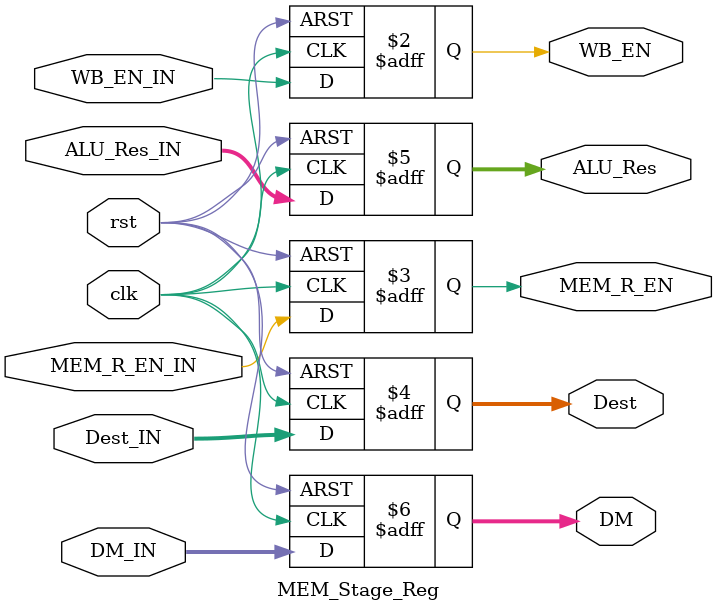
<source format=v>
module MEM_Stage_Reg(input clk, rst, WB_EN_IN, MEM_R_EN_IN, 
                    input[31:0] ALU_Res_IN, DM_IN,
                    input [3:0] Dest_IN,
                    output reg WB_EN, MEM_R_EN,
                    output reg [3:0] Dest,
                    output reg[31:0] ALU_Res, DM);
    always @(posedge clk, posedge rst) begin
      if(rst) begin
       WB_EN <= 1'b0;
       MEM_R_EN <= 1'b0;
       Dest <= 4'b0;
       ALU_Res <= 32'b0;
       DM <= 32'b0;
      end
      else begin
       WB_EN <= WB_EN_IN;
       MEM_R_EN <= MEM_R_EN_IN;
       Dest <= Dest_IN;
       ALU_Res <= ALU_Res_IN;
       DM <= DM_IN;
      end
    end
endmodule
</source>
